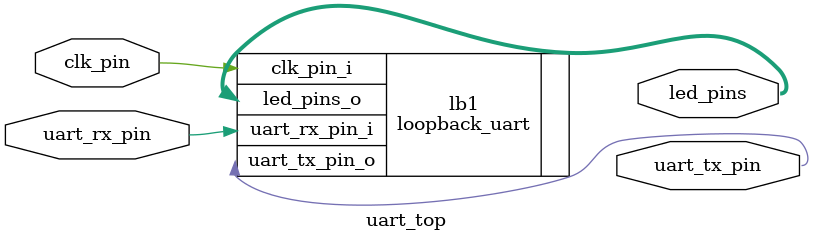
<source format=v>


`default_nettype none

module uart_top(
    input clk_pin,
    input uart_rx_pin,
    output uart_tx_pin,
    output [5:0] led_pins
);

    // Set the LEDs to on (active low)
    //assign led_pins = 6'b000000;

    loopback_uart lb1(
        .clk_pin_i(clk_pin),
        .uart_rx_pin_i(uart_rx_pin),
        .uart_tx_pin_o(uart_tx_pin),
        .led_pins_o(led_pins)
    );

    // uart_write_test uart1(
    //     .clk_pin_i(clk_pin),
    //     .uart_rx_pin_i(uart_rx_pin),
    //     .uart_tx_pin_o(uart_tx_pin),
    //     .led_pins_o(led_pins)
    // );

    // led_uart led_uart1(
    //     .clk_pin_i(clk_pin),
    //     .uart_rx_pin_i(uart_rx_pin),
    //     .uart_tx_pin_o(uart_tx_pin),
    //     .led_pins_o(led_pins)
    // );

endmodule
</source>
